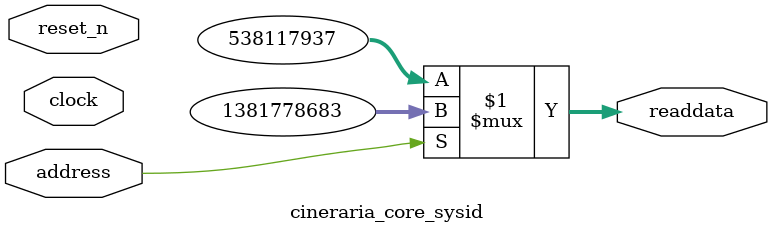
<source format=v>

`timescale 1ns / 1ps
// synthesis translate_on

// turn off superfluous verilog processor warnings 
// altera message_level Level1 
// altera message_off 10034 10035 10036 10037 10230 10240 10030 

module cineraria_core_sysid (
               // inputs:
                address,
                clock,
                reset_n,

               // outputs:
                readdata
             )
;

  output  [ 31: 0] readdata;
  input            address;
  input            clock;
  input            reset_n;

  wire    [ 31: 0] readdata;
  //control_slave, which is an e_avalon_slave
  assign readdata = address ? 1381778683 : 538117937;

endmodule




</source>
